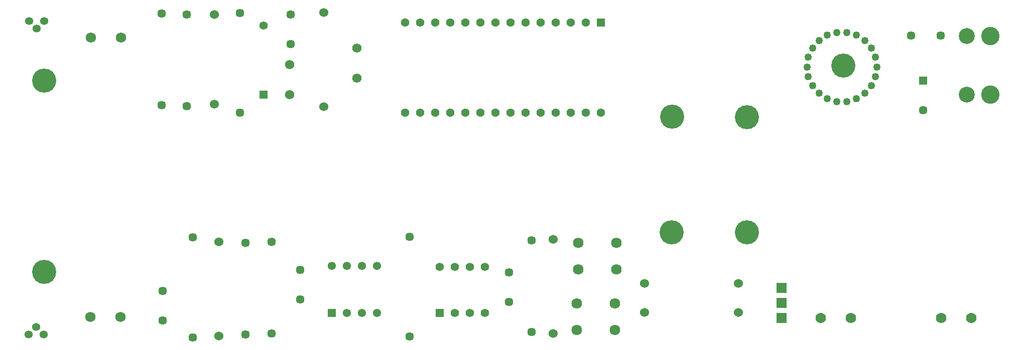
<source format=gbr>
G04 DesignSpark PCB Gerber Version 9.0 Build 5138 *
%FSLAX35Y35*%
%MOIN*%
%ADD85R,0.05449X0.05449*%
%ADD94R,0.05528X0.05528*%
%ADD83R,0.05563X0.05563*%
%ADD81R,0.05661X0.05661*%
%ADD98R,0.05724X0.05724*%
%ADD100R,0.07000X0.07000*%
%ADD87C,0.04937*%
%ADD99C,0.05331*%
%ADD86C,0.05449*%
%ADD95C,0.05528*%
%ADD84C,0.05563*%
%ADD82C,0.05661*%
%ADD91C,0.05724*%
%ADD92C,0.06020*%
%ADD93C,0.06181*%
%ADD90C,0.06819*%
%ADD97C,0.07000*%
%ADD96C,0.07063*%
%ADD88C,0.10539*%
%ADD89C,0.12205*%
%ADD80C,0.16000*%
X0Y0D02*
D02*
D80*
X27600Y60600D03*
Y188100D03*
X444100Y87100D03*
X444600Y164100D03*
X494100Y87100D03*
Y163600D03*
X558100Y198100D03*
D02*
D81*
X397100Y226600D03*
D02*
D82*
X267100Y166600D03*
Y226600D03*
X277100Y166600D03*
Y226600D03*
X287100Y166600D03*
Y226600D03*
X297100Y166600D03*
Y226600D03*
X307100Y166600D03*
Y226600D03*
X317100Y166600D03*
Y226600D03*
X327100Y166600D03*
Y226600D03*
X337100Y166600D03*
Y226600D03*
X347100Y166600D03*
Y226600D03*
X357100Y166600D03*
Y226600D03*
X367100Y166600D03*
Y226600D03*
X377100Y166600D03*
Y226600D03*
X387100Y166600D03*
Y226600D03*
X397100Y166600D03*
D02*
D83*
X290100Y33226D03*
D02*
D84*
Y63974D03*
X300100Y33226D03*
Y63974D03*
X310100Y33226D03*
Y63974D03*
X320100Y33226D03*
Y63974D03*
D02*
D85*
X218600Y33470D03*
D02*
D86*
Y64730D03*
X228600Y33470D03*
Y64730D03*
X238600Y33470D03*
Y64730D03*
X248600Y33470D03*
Y64730D03*
D02*
D87*
X534100Y197100D03*
X535041Y203644D03*
X535043Y190551D03*
X537787Y209658D03*
X537790Y184538D03*
X542117Y214654D03*
X542120Y179542D03*
X547678Y218229D03*
X547683Y175969D03*
X554021Y220092D03*
X554027Y174107D03*
X560633Y220092D03*
X560638Y174109D03*
X566976Y218230D03*
X566981Y175972D03*
X572538Y214656D03*
X572542Y179548D03*
X576868Y209660D03*
X576871Y184544D03*
X579615Y203646D03*
X579617Y190559D03*
X580557Y197103D03*
D02*
D88*
X640167Y178612D03*
Y217588D03*
D02*
D89*
X655915Y178612D03*
Y217588D03*
D02*
D90*
X58100Y30600D03*
X58600Y216600D03*
X78100Y30600D03*
X78600Y216600D03*
D02*
D91*
X105600Y171600D03*
Y232624D03*
X106100Y28415D03*
Y48100D03*
X122100Y171100D03*
Y232124D03*
X126100Y17100D03*
Y83635D03*
X157600Y166565D03*
Y233100D03*
X161100Y19076D03*
Y80100D03*
X178600Y19576D03*
Y80600D03*
X191100Y212415D03*
Y232100D03*
X197600Y42415D03*
Y62100D03*
X270100Y17600D03*
Y84135D03*
X336100Y40600D03*
Y60285D03*
X351100Y20576D03*
Y81600D03*
X603100Y218100D03*
X611100Y168415D03*
X622785Y218100D03*
D02*
D92*
X140600Y172257D03*
Y232100D03*
X143600Y18002D03*
Y80600D03*
X213100Y170600D03*
Y233198D03*
X365600Y19600D03*
Y82198D03*
X426100Y33600D03*
Y53100D03*
X488698Y33600D03*
Y53100D03*
D02*
D93*
X190600Y178600D03*
Y198600D03*
X235100Y189600D03*
Y209600D03*
D02*
D94*
X173100Y178600D03*
D02*
D95*
Y224663D03*
D02*
D96*
X381100Y21883D03*
Y39600D03*
X382100Y62383D03*
Y80100D03*
X406691Y21883D03*
Y39600D03*
X407691Y62383D03*
Y80100D03*
D02*
D97*
X543238Y30100D03*
X563238D03*
X623238D03*
X643238D03*
D02*
D98*
X611100Y188100D03*
D02*
D99*
X17100Y19100D03*
X17600Y227600D03*
X22100Y24100D03*
X22600Y222600D03*
X27100Y19100D03*
X27600Y227600D03*
D02*
D100*
X517100Y30100D03*
Y40100D03*
Y50100D03*
X0Y0D02*
M02*

</source>
